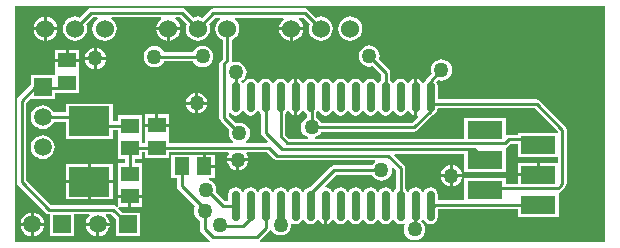
<source format=gbl>
G04 Layer_Physical_Order=2*
G04 Layer_Color=16711680*
%FSLAX24Y24*%
%MOIN*%
G70*
G01*
G75*
%ADD10R,0.0591X0.0512*%
%ADD13R,0.0512X0.0591*%
%ADD16C,0.0100*%
%ADD17R,0.0591X0.0591*%
%ADD18C,0.0591*%
%ADD19R,0.0591X0.0591*%
%ADD20C,0.0600*%
%ADD21C,0.0500*%
%ADD22R,0.1339X0.0984*%
%ADD23O,0.0276X0.1024*%
%ADD24R,0.1181X0.0591*%
G36*
X12707Y2411D02*
Y1768D01*
X12689Y1756D01*
X12636Y1677D01*
X12636Y1675D01*
X12585D01*
X12584Y1677D01*
X12532Y1756D01*
X12453Y1809D01*
X12360Y1827D01*
X12267Y1809D01*
X12189Y1756D01*
X12136Y1677D01*
X12136Y1675D01*
X12085D01*
X12084Y1677D01*
X12032Y1756D01*
X11953Y1809D01*
X11860Y1827D01*
X11767Y1809D01*
X11689Y1756D01*
X11636Y1677D01*
X11636Y1675D01*
X11585D01*
X11584Y1677D01*
X11532Y1756D01*
X11453Y1809D01*
X11360Y1827D01*
X11267Y1809D01*
X11189Y1756D01*
X11136Y1677D01*
X11136Y1675D01*
X11085D01*
X11084Y1677D01*
X11032Y1756D01*
X10953Y1809D01*
X10860Y1827D01*
X10767Y1809D01*
X10689Y1756D01*
X10636Y1677D01*
X10636Y1675D01*
X10585D01*
X10584Y1677D01*
X10532Y1756D01*
X10453Y1809D01*
X10360Y1827D01*
X10351Y1825D01*
X10326Y1871D01*
X10703Y2249D01*
X11909D01*
X11919Y2225D01*
X11975Y2152D01*
X12048Y2096D01*
X12133Y2061D01*
X12224Y2049D01*
X12316Y2061D01*
X12401Y2096D01*
X12474Y2152D01*
X12530Y2225D01*
X12565Y2310D01*
X12577Y2402D01*
X12567Y2481D01*
X12603Y2504D01*
X12612Y2507D01*
X12707Y2411D01*
D02*
G37*
G36*
X19685Y0D02*
X8176D01*
X8160Y50D01*
X8189Y69D01*
X8468Y349D01*
X8502Y398D01*
X8550Y404D01*
X8554Y403D01*
X8609Y331D01*
X8682Y275D01*
X8767Y240D01*
X8859Y228D01*
X8950Y240D01*
X9035Y275D01*
X9108Y331D01*
X9164Y404D01*
X9200Y489D01*
X9212Y581D01*
X9210Y596D01*
X9252Y623D01*
X9267Y613D01*
X9360Y594D01*
X9453Y613D01*
X9532Y665D01*
X9584Y744D01*
X9585Y746D01*
X9636D01*
X9636Y744D01*
X9689Y665D01*
X9767Y613D01*
X9860Y594D01*
X9953Y613D01*
X10032Y665D01*
X10084Y744D01*
X10085Y746D01*
X10136D01*
X10136Y744D01*
X10189Y665D01*
X10267Y613D01*
X10310Y604D01*
Y1211D01*
X10410D01*
Y604D01*
X10453Y613D01*
X10532Y665D01*
X10584Y744D01*
X10585Y746D01*
X10636D01*
X10636Y744D01*
X10689Y665D01*
X10767Y613D01*
X10860Y594D01*
X10953Y613D01*
X11032Y665D01*
X11084Y744D01*
X11085Y746D01*
X11136D01*
X11136Y744D01*
X11189Y665D01*
X11267Y613D01*
X11360Y594D01*
X11453Y613D01*
X11532Y665D01*
X11584Y744D01*
X11585Y746D01*
X11636D01*
X11636Y744D01*
X11689Y665D01*
X11767Y613D01*
X11860Y594D01*
X11953Y613D01*
X12032Y665D01*
X12084Y744D01*
X12085Y746D01*
X12136D01*
X12136Y744D01*
X12189Y665D01*
X12267Y613D01*
X12360Y594D01*
X12453Y613D01*
X12532Y665D01*
X12584Y744D01*
X12585Y746D01*
X12636D01*
X12636Y744D01*
X12689Y665D01*
X12767Y613D01*
X12860Y594D01*
X12953Y613D01*
X12981Y631D01*
X13018Y602D01*
X13020Y597D01*
X12986Y515D01*
X12974Y423D01*
X12986Y332D01*
X13021Y247D01*
X13077Y174D01*
X13150Y117D01*
X13235Y82D01*
X13327Y70D01*
X13418Y82D01*
X13503Y117D01*
X13576Y174D01*
X13633Y247D01*
X13668Y332D01*
X13680Y423D01*
X13668Y515D01*
X13633Y600D01*
X13576Y673D01*
X13550Y693D01*
X13584Y744D01*
X13585Y746D01*
X13636D01*
X13636Y744D01*
X13689Y665D01*
X13767Y613D01*
X13860Y594D01*
X13953Y613D01*
X14032Y665D01*
X14084Y744D01*
X14103Y837D01*
Y1087D01*
X16760D01*
Y845D01*
X18141D01*
Y1635D01*
X18179Y1665D01*
X18212Y1687D01*
X18299Y1775D01*
X18333Y1824D01*
X18333Y1828D01*
X18356Y1851D01*
X18389Y1900D01*
X18401Y1959D01*
Y3750D01*
X18389Y3809D01*
X18356Y3858D01*
X17500Y4714D01*
X17450Y4748D01*
X17392Y4759D01*
X14103D01*
Y5207D01*
X14084Y5299D01*
X14051Y5350D01*
X14108Y5407D01*
X14132Y5397D01*
X14223Y5385D01*
X14315Y5397D01*
X14400Y5433D01*
X14473Y5489D01*
X14529Y5562D01*
X14564Y5647D01*
X14576Y5738D01*
X14564Y5830D01*
X14529Y5915D01*
X14473Y5988D01*
X14400Y6044D01*
X14315Y6079D01*
X14223Y6091D01*
X14132Y6079D01*
X14047Y6044D01*
X13974Y5988D01*
X13917Y5915D01*
X13882Y5830D01*
X13870Y5738D01*
X13882Y5647D01*
X13892Y5624D01*
X13752Y5484D01*
X13719Y5434D01*
X13711Y5393D01*
X13689Y5378D01*
X13636Y5299D01*
X13636Y5297D01*
X13585D01*
X13584Y5299D01*
X13532Y5378D01*
X13453Y5431D01*
X13410Y5439D01*
Y4833D01*
Y4226D01*
X13419Y4228D01*
X13444Y4182D01*
X13244Y3982D01*
X10207D01*
X10197Y4005D01*
X10141Y4078D01*
X10068Y4134D01*
X10045Y4144D01*
Y4307D01*
X10084Y4366D01*
X10085Y4368D01*
X10136D01*
X10136Y4366D01*
X10189Y4287D01*
X10267Y4235D01*
X10360Y4216D01*
X10453Y4235D01*
X10532Y4287D01*
X10584Y4366D01*
X10585Y4368D01*
X10636D01*
X10636Y4366D01*
X10689Y4287D01*
X10767Y4235D01*
X10860Y4216D01*
X10953Y4235D01*
X11032Y4287D01*
X11084Y4366D01*
X11085Y4368D01*
X11136D01*
X11136Y4366D01*
X11189Y4287D01*
X11267Y4235D01*
X11360Y4216D01*
X11453Y4235D01*
X11532Y4287D01*
X11584Y4366D01*
X11585Y4368D01*
X11636D01*
X11636Y4366D01*
X11689Y4287D01*
X11767Y4235D01*
X11860Y4216D01*
X11953Y4235D01*
X12032Y4287D01*
X12084Y4366D01*
X12085Y4368D01*
X12136D01*
X12136Y4366D01*
X12189Y4287D01*
X12267Y4235D01*
X12360Y4216D01*
X12453Y4235D01*
X12532Y4287D01*
X12584Y4366D01*
X12585Y4368D01*
X12636D01*
X12636Y4366D01*
X12689Y4287D01*
X12767Y4235D01*
X12860Y4216D01*
X12953Y4235D01*
X13032Y4287D01*
X13084Y4366D01*
X13085Y4368D01*
X13136D01*
X13136Y4366D01*
X13189Y4287D01*
X13267Y4235D01*
X13310Y4226D01*
Y4833D01*
Y5439D01*
X13267Y5431D01*
X13189Y5378D01*
X13136Y5299D01*
X13136Y5297D01*
X13085D01*
X13084Y5299D01*
X13032Y5378D01*
X12953Y5431D01*
X12860Y5449D01*
X12767Y5431D01*
X12689Y5378D01*
X12636Y5299D01*
X12636Y5297D01*
X12585D01*
X12584Y5299D01*
X12532Y5378D01*
X12513Y5390D01*
Y5652D01*
X12502Y5710D01*
X12468Y5760D01*
X12142Y6086D01*
X12152Y6109D01*
X12164Y6201D01*
X12152Y6292D01*
X12117Y6377D01*
X12061Y6450D01*
X11988Y6507D01*
X11902Y6542D01*
X11811Y6554D01*
X11720Y6542D01*
X11635Y6507D01*
X11561Y6450D01*
X11505Y6377D01*
X11470Y6292D01*
X11458Y6201D01*
X11470Y6109D01*
X11505Y6024D01*
X11561Y5951D01*
X11635Y5895D01*
X11720Y5860D01*
X11811Y5848D01*
X11902Y5860D01*
X11926Y5870D01*
X12207Y5588D01*
Y5390D01*
X12189Y5378D01*
X12136Y5299D01*
X12136Y5297D01*
X12085D01*
X12084Y5299D01*
X12032Y5378D01*
X11953Y5431D01*
X11860Y5449D01*
X11767Y5431D01*
X11689Y5378D01*
X11636Y5299D01*
X11636Y5297D01*
X11585D01*
X11584Y5299D01*
X11532Y5378D01*
X11453Y5431D01*
X11360Y5449D01*
X11267Y5431D01*
X11189Y5378D01*
X11136Y5299D01*
X11136Y5297D01*
X11085D01*
X11084Y5299D01*
X11032Y5378D01*
X10953Y5431D01*
X10860Y5449D01*
X10767Y5431D01*
X10689Y5378D01*
X10636Y5299D01*
X10636Y5297D01*
X10585D01*
X10584Y5299D01*
X10532Y5378D01*
X10453Y5431D01*
X10360Y5449D01*
X10267Y5431D01*
X10189Y5378D01*
X10136Y5299D01*
X10136Y5297D01*
X10085D01*
X10084Y5299D01*
X10032Y5378D01*
X9953Y5431D01*
X9860Y5449D01*
X9767Y5431D01*
X9689Y5378D01*
X9636Y5299D01*
X9636Y5297D01*
X9585D01*
X9584Y5299D01*
X9532Y5378D01*
X9453Y5431D01*
X9410Y5439D01*
Y4833D01*
Y4226D01*
X9453Y4235D01*
X9532Y4287D01*
X9584Y4366D01*
X9585Y4368D01*
X9636D01*
X9636Y4366D01*
X9689Y4287D01*
X9739Y4254D01*
Y4144D01*
X9715Y4134D01*
X9642Y4078D01*
X9586Y4005D01*
X9551Y3920D01*
X9539Y3829D01*
X9551Y3737D01*
X9586Y3652D01*
X9642Y3579D01*
X9715Y3523D01*
X9776Y3498D01*
X9766Y3448D01*
X9150D01*
X9013Y3585D01*
Y4275D01*
X9032Y4287D01*
X9084Y4366D01*
X9085Y4368D01*
X9136D01*
X9136Y4366D01*
X9189Y4287D01*
X9267Y4235D01*
X9310Y4226D01*
Y4833D01*
Y5439D01*
X9267Y5431D01*
X9189Y5378D01*
X9136Y5299D01*
X9136Y5297D01*
X9085D01*
X9084Y5299D01*
X9032Y5378D01*
X8953Y5431D01*
X8860Y5449D01*
X8767Y5431D01*
X8689Y5378D01*
X8636Y5299D01*
X8636Y5297D01*
X8585D01*
X8584Y5299D01*
X8532Y5378D01*
X8453Y5431D01*
X8360Y5449D01*
X8267Y5431D01*
X8189Y5378D01*
X8136Y5299D01*
X8136Y5297D01*
X8085D01*
X8084Y5299D01*
X8032Y5378D01*
X7953Y5431D01*
X7860Y5449D01*
X7767Y5431D01*
X7689Y5378D01*
X7636Y5299D01*
X7636Y5297D01*
X7585D01*
X7584Y5299D01*
X7548Y5353D01*
X7549Y5354D01*
X7622Y5410D01*
X7678Y5483D01*
X7713Y5568D01*
X7725Y5659D01*
X7713Y5751D01*
X7678Y5836D01*
X7622Y5909D01*
X7549Y5965D01*
X7463Y6000D01*
X7372Y6012D01*
X7281Y6000D01*
X7280Y6000D01*
X7236Y6036D01*
X7240Y6054D01*
Y6747D01*
X7288Y6767D01*
X7372Y6831D01*
X7436Y6914D01*
X7476Y7012D01*
X7490Y7116D01*
X7476Y7221D01*
X7436Y7318D01*
X7372Y7401D01*
X7328Y7435D01*
X7345Y7485D01*
X8954D01*
X8971Y7435D01*
X8927Y7401D01*
X8863Y7318D01*
X8823Y7221D01*
X8816Y7166D01*
X9609D01*
X9602Y7221D01*
X9562Y7318D01*
X9498Y7401D01*
X9454Y7435D01*
X9471Y7485D01*
X9612D01*
X9827Y7269D01*
X9807Y7221D01*
X9793Y7116D01*
X9807Y7012D01*
X9847Y6914D01*
X9912Y6831D01*
X9995Y6767D01*
X10092Y6726D01*
X10197Y6713D01*
X10301Y6726D01*
X10399Y6767D01*
X10482Y6831D01*
X10546Y6914D01*
X10587Y7012D01*
X10600Y7116D01*
X10587Y7221D01*
X10546Y7318D01*
X10482Y7401D01*
X10399Y7466D01*
X10301Y7506D01*
X10197Y7520D01*
X10092Y7506D01*
X10044Y7486D01*
X9783Y7746D01*
X9734Y7779D01*
X9675Y7791D01*
X6624D01*
X6565Y7779D01*
X6516Y7746D01*
X6256Y7486D01*
X6207Y7506D01*
X6102Y7520D01*
X5998Y7506D01*
X5949Y7486D01*
X5679Y7756D01*
X5629Y7789D01*
X5571Y7801D01*
X2539D01*
X2481Y7789D01*
X2431Y7756D01*
X2161Y7486D01*
X2112Y7506D01*
X2008Y7520D01*
X1903Y7506D01*
X1806Y7466D01*
X1723Y7401D01*
X1658Y7318D01*
X1618Y7221D01*
X1604Y7116D01*
X1618Y7012D01*
X1658Y6914D01*
X1723Y6831D01*
X1806Y6767D01*
X1903Y6726D01*
X2008Y6713D01*
X2112Y6726D01*
X2210Y6767D01*
X2293Y6831D01*
X2357Y6914D01*
X2398Y7012D01*
X2411Y7116D01*
X2398Y7221D01*
X2377Y7269D01*
X2603Y7495D01*
X2746D01*
X2763Y7445D01*
X2707Y7401D01*
X2643Y7318D01*
X2602Y7221D01*
X2589Y7116D01*
X2602Y7012D01*
X2643Y6914D01*
X2707Y6831D01*
X2790Y6767D01*
X2888Y6726D01*
X2992Y6713D01*
X3097Y6726D01*
X3194Y6767D01*
X3277Y6831D01*
X3342Y6914D01*
X3382Y7012D01*
X3396Y7116D01*
X3382Y7221D01*
X3342Y7318D01*
X3277Y7401D01*
X3221Y7445D01*
X3238Y7495D01*
X4872D01*
X4889Y7445D01*
X4833Y7401D01*
X4769Y7318D01*
X4728Y7221D01*
X4721Y7166D01*
X5515D01*
X5508Y7221D01*
X5468Y7318D01*
X5403Y7401D01*
X5347Y7445D01*
X5364Y7495D01*
X5508D01*
X5733Y7269D01*
X5713Y7221D01*
X5699Y7116D01*
X5713Y7012D01*
X5753Y6914D01*
X5817Y6831D01*
X5901Y6767D01*
X5998Y6726D01*
X6102Y6713D01*
X6207Y6726D01*
X6304Y6767D01*
X6388Y6831D01*
X6452Y6914D01*
X6492Y7012D01*
X6506Y7116D01*
X6492Y7221D01*
X6472Y7269D01*
X6687Y7485D01*
X6828D01*
X6845Y7435D01*
X6801Y7401D01*
X6737Y7318D01*
X6697Y7221D01*
X6683Y7116D01*
X6697Y7012D01*
X6737Y6914D01*
X6801Y6831D01*
X6885Y6767D01*
X6934Y6747D01*
Y6118D01*
X6864Y6048D01*
X6831Y5998D01*
X6819Y5940D01*
Y4150D01*
X6831Y4091D01*
X6864Y4042D01*
X7159Y3747D01*
X7149Y3723D01*
X7137Y3632D01*
X7149Y3541D01*
X7184Y3455D01*
X7241Y3382D01*
X7279Y3353D01*
X7262Y3303D01*
X5130D01*
Y3492D01*
X5130Y3506D01*
Y3542D01*
X5130Y3556D01*
Y3848D01*
X4734D01*
X4339D01*
Y3556D01*
X4339Y3542D01*
Y3506D01*
X4339Y3492D01*
Y3303D01*
X4244D01*
Y3472D01*
X4244Y3486D01*
Y3522D01*
X4244Y3536D01*
Y4234D01*
X3453D01*
Y4031D01*
X3259D01*
Y4618D01*
X1721D01*
Y4320D01*
X1300D01*
X1280Y4367D01*
X1217Y4449D01*
X1134Y4513D01*
X1038Y4552D01*
X935Y4566D01*
X832Y4552D01*
X736Y4513D01*
X653Y4449D01*
X590Y4367D01*
X550Y4271D01*
X536Y4167D01*
X550Y4064D01*
X590Y3968D01*
X653Y3885D01*
X736Y3822D01*
X832Y3782D01*
X935Y3769D01*
X1038Y3782D01*
X1134Y3822D01*
X1217Y3885D01*
X1280Y3968D01*
X1300Y4014D01*
X1721D01*
Y3433D01*
X3259D01*
Y3725D01*
X3453D01*
Y3536D01*
X3453Y3522D01*
Y3486D01*
X3453Y3472D01*
Y2774D01*
X3686D01*
Y2639D01*
X3443D01*
Y1941D01*
X3443Y1928D01*
Y1891D01*
X3443Y1878D01*
Y1585D01*
X4234D01*
Y1878D01*
X4234Y1891D01*
Y1928D01*
X4234Y1941D01*
Y2639D01*
X3992D01*
Y2774D01*
X4244D01*
Y2997D01*
X4339D01*
Y2794D01*
X5130D01*
Y2997D01*
X7119D01*
X7144Y2947D01*
X7125Y2923D01*
X7090Y2837D01*
X7085Y2796D01*
X7778D01*
X7772Y2837D01*
X7737Y2923D01*
X7718Y2947D01*
X7743Y2997D01*
X8421D01*
X8642Y2776D01*
X8691Y2743D01*
X8750Y2731D01*
X11997D01*
X12014Y2681D01*
X11975Y2651D01*
X11919Y2578D01*
X11909Y2555D01*
X10640D01*
X10581Y2543D01*
X10532Y2510D01*
X9847Y1824D01*
X9767Y1809D01*
X9689Y1756D01*
X9636Y1677D01*
X9636Y1675D01*
X9585D01*
X9584Y1677D01*
X9532Y1756D01*
X9453Y1809D01*
X9360Y1827D01*
X9267Y1809D01*
X9189Y1756D01*
X9136Y1677D01*
X9136Y1675D01*
X9085D01*
X9084Y1677D01*
X9032Y1756D01*
X8953Y1809D01*
X8860Y1827D01*
X8767Y1809D01*
X8689Y1756D01*
X8636Y1677D01*
X8636Y1675D01*
X8585D01*
X8584Y1677D01*
X8532Y1756D01*
X8453Y1809D01*
X8360Y1827D01*
X8267Y1809D01*
X8189Y1756D01*
X8136Y1677D01*
X8136Y1675D01*
X8085D01*
X8084Y1677D01*
X8032Y1756D01*
X7953Y1809D01*
X7860Y1827D01*
X7767Y1809D01*
X7689Y1756D01*
X7636Y1677D01*
X7636Y1675D01*
X7585D01*
X7584Y1677D01*
X7532Y1756D01*
X7453Y1809D01*
X7360Y1827D01*
X7267Y1809D01*
X7189Y1756D01*
X7136Y1677D01*
X7118Y1585D01*
Y1364D01*
X7013D01*
X6702Y1674D01*
X6711Y1742D01*
X6699Y1833D01*
X6664Y1919D01*
X6608Y1992D01*
X6535Y2048D01*
X6471Y2074D01*
X6481Y2124D01*
X6665D01*
Y2470D01*
X6309D01*
Y2520D01*
X6259D01*
Y2915D01*
X5967D01*
X5953Y2915D01*
X5917D01*
X5903Y2915D01*
X5205D01*
Y2124D01*
X5408D01*
Y1856D01*
X5420Y1797D01*
X5453Y1747D01*
X6014Y1187D01*
X5988Y1125D01*
X5976Y1034D01*
X5988Y942D01*
X6023Y857D01*
X6079Y784D01*
X6153Y728D01*
X6176Y718D01*
Y443D01*
X6188Y384D01*
X6221Y334D01*
X6486Y69D01*
X6515Y50D01*
X6500Y0D01*
X0D01*
Y7874D01*
X19685D01*
Y0D01*
D02*
G37*
G36*
X16760Y2845D02*
X18095D01*
Y2635D01*
X17501D01*
Y2240D01*
X17451D01*
Y2190D01*
X16760D01*
Y1948D01*
X16370D01*
Y2135D01*
X14989D01*
Y1393D01*
X14103D01*
Y1585D01*
X14084Y1677D01*
X14032Y1756D01*
X13953Y1809D01*
X13860Y1827D01*
X13767Y1809D01*
X13689Y1756D01*
X13636Y1677D01*
X13636Y1675D01*
X13585D01*
X13584Y1677D01*
X13532Y1756D01*
X13453Y1809D01*
X13360Y1827D01*
X13267Y1809D01*
X13189Y1756D01*
X13136Y1677D01*
X13136Y1675D01*
X13085D01*
X13084Y1677D01*
X13032Y1756D01*
X13013Y1768D01*
Y2474D01*
X13002Y2533D01*
X12968Y2583D01*
X12655Y2896D01*
X12674Y2942D01*
X14989D01*
Y2345D01*
X16370D01*
Y3135D01*
X16407Y3165D01*
X16440Y3187D01*
X16525Y3272D01*
X16760D01*
Y2845D01*
D02*
G37*
G36*
X18095Y3687D02*
Y3635D01*
X16760D01*
Y3578D01*
X16462D01*
X16420Y3570D01*
X16370Y3599D01*
Y4135D01*
X14989D01*
Y3448D01*
X10017D01*
X10007Y3498D01*
X10068Y3523D01*
X10141Y3579D01*
X10197Y3652D01*
X10207Y3676D01*
X13307D01*
X13366Y3687D01*
X13415Y3721D01*
X13923Y4229D01*
X13953Y4235D01*
X14032Y4287D01*
X14084Y4366D01*
X14102Y4453D01*
X17328D01*
X18095Y3687D01*
D02*
G37*
G36*
X7636Y4366D02*
X7689Y4287D01*
X7767Y4235D01*
X7860Y4216D01*
X7953Y4235D01*
X8032Y4287D01*
X8084Y4366D01*
X8085Y4368D01*
X8136D01*
X8136Y4366D01*
X8189Y4287D01*
X8207Y4275D01*
Y3648D01*
X8219Y3589D01*
X8252Y3539D01*
X8439Y3353D01*
X8418Y3303D01*
X7718D01*
X7701Y3353D01*
X7740Y3382D01*
X7796Y3455D01*
X7831Y3541D01*
X7843Y3632D01*
X7831Y3723D01*
X7796Y3808D01*
X7740Y3882D01*
X7667Y3938D01*
X7582Y3973D01*
X7490Y3985D01*
X7399Y3973D01*
X7375Y3963D01*
X7125Y4213D01*
Y4293D01*
X7175Y4308D01*
X7189Y4287D01*
X7267Y4235D01*
X7360Y4216D01*
X7453Y4235D01*
X7532Y4287D01*
X7584Y4366D01*
X7585Y4368D01*
X7636D01*
X7636Y4366D01*
D02*
G37*
%LPC*%
G36*
X977Y541D02*
X635D01*
Y198D01*
X688Y205D01*
X784Y245D01*
X867Y309D01*
X930Y391D01*
X970Y487D01*
X977Y541D01*
D02*
G37*
G36*
X7381Y2696D02*
X7085D01*
X7090Y2655D01*
X7125Y2570D01*
X7181Y2496D01*
X7255Y2440D01*
X7340Y2405D01*
X7381Y2400D01*
Y2696D01*
D02*
G37*
G36*
X17401Y2635D02*
X16760D01*
Y2290D01*
X17401D01*
Y2635D01*
D02*
G37*
G36*
X14507Y2561D02*
X14466Y2556D01*
X14381Y2520D01*
X14307Y2464D01*
X14251Y2391D01*
X14216Y2306D01*
X14211Y2265D01*
X14507D01*
Y2561D01*
D02*
G37*
G36*
X14607D02*
Y2265D01*
X14904D01*
X14898Y2306D01*
X14863Y2391D01*
X14807Y2464D01*
X14734Y2520D01*
X14648Y2556D01*
X14607Y2561D01*
D02*
G37*
G36*
X935Y3566D02*
X832Y3552D01*
X736Y3513D01*
X653Y3449D01*
X590Y3367D01*
X550Y3271D01*
X536Y3167D01*
X550Y3064D01*
X590Y2968D01*
X653Y2885D01*
X736Y2822D01*
X832Y2782D01*
X935Y2769D01*
X1038Y2782D01*
X1134Y2822D01*
X1217Y2885D01*
X1280Y2968D01*
X1320Y3064D01*
X1334Y3167D01*
X1320Y3271D01*
X1280Y3367D01*
X1217Y3449D01*
X1134Y3513D01*
X1038Y3552D01*
X935Y3566D01*
D02*
G37*
G36*
X535Y541D02*
X193D01*
X200Y487D01*
X239Y391D01*
X303Y309D01*
X385Y245D01*
X481Y205D01*
X535Y198D01*
Y541D01*
D02*
G37*
G36*
X2720D02*
X2378D01*
X2385Y487D01*
X2424Y391D01*
X2488Y309D01*
X2570Y245D01*
X2666Y205D01*
X2720Y198D01*
Y541D01*
D02*
G37*
G36*
X7778Y2696D02*
X7481D01*
Y2400D01*
X7522Y2405D01*
X7608Y2440D01*
X7681Y2496D01*
X7737Y2570D01*
X7772Y2655D01*
X7778Y2696D01*
D02*
G37*
G36*
X6359Y2915D02*
Y2570D01*
X6665D01*
Y2915D01*
X6359D01*
D02*
G37*
G36*
X3259Y1968D02*
X2540D01*
Y1426D01*
X3259D01*
Y1968D01*
D02*
G37*
G36*
X535Y983D02*
X481Y976D01*
X385Y936D01*
X303Y872D01*
X239Y790D01*
X200Y694D01*
X193Y641D01*
X535D01*
Y983D01*
D02*
G37*
G36*
X2440Y1968D02*
X1721D01*
Y1426D01*
X2440D01*
Y1968D01*
D02*
G37*
G36*
X635Y983D02*
Y641D01*
X977D01*
X970Y694D01*
X930Y790D01*
X867Y872D01*
X784Y936D01*
X688Y976D01*
X635Y983D01*
D02*
G37*
G36*
X4234Y1485D02*
X3889D01*
Y1180D01*
X4234D01*
Y1485D01*
D02*
G37*
G36*
X2440Y2610D02*
X1721D01*
Y2068D01*
X2440D01*
Y2610D01*
D02*
G37*
G36*
X3259D02*
X2540D01*
Y2068D01*
X3259D01*
Y2610D01*
D02*
G37*
G36*
X3162Y541D02*
X2820D01*
Y198D01*
X2873Y205D01*
X2969Y245D01*
X3052Y309D01*
X3115Y391D01*
X3155Y487D01*
X3162Y541D01*
D02*
G37*
G36*
X14507Y2165D02*
X14211D01*
X14216Y2123D01*
X14251Y2038D01*
X14307Y1965D01*
X14381Y1909D01*
X14466Y1874D01*
X14507Y1868D01*
Y2165D01*
D02*
G37*
G36*
X14904D02*
X14607D01*
Y1868D01*
X14648Y1874D01*
X14734Y1909D01*
X14807Y1965D01*
X14863Y2038D01*
X14898Y2123D01*
X14904Y2165D01*
D02*
G37*
G36*
X974Y7066D02*
X627D01*
X634Y7012D01*
X674Y6914D01*
X738Y6831D01*
X822Y6767D01*
X919Y6726D01*
X974Y6719D01*
Y7066D01*
D02*
G37*
G36*
X1420D02*
X1074D01*
Y6719D01*
X1128Y6726D01*
X1225Y6767D01*
X1309Y6831D01*
X1373Y6914D01*
X1413Y7012D01*
X1420Y7066D01*
D02*
G37*
G36*
X11181Y7520D02*
X11077Y7506D01*
X10979Y7466D01*
X10896Y7401D01*
X10832Y7318D01*
X10791Y7221D01*
X10778Y7116D01*
X10791Y7012D01*
X10832Y6914D01*
X10896Y6831D01*
X10979Y6767D01*
X11077Y6726D01*
X11181Y6713D01*
X11286Y6726D01*
X11383Y6767D01*
X11466Y6831D01*
X11530Y6914D01*
X11571Y7012D01*
X11585Y7116D01*
X11571Y7221D01*
X11530Y7318D01*
X11466Y7401D01*
X11383Y7466D01*
X11286Y7506D01*
X11181Y7520D01*
D02*
G37*
G36*
X2737Y6468D02*
Y6172D01*
X3033D01*
X3028Y6213D01*
X2993Y6299D01*
X2937Y6372D01*
X2864Y6428D01*
X2778Y6463D01*
X2737Y6468D01*
D02*
G37*
G36*
X6260Y6544D02*
X6168Y6532D01*
X6083Y6497D01*
X6010Y6441D01*
X5954Y6367D01*
X5940Y6334D01*
X4971D01*
X4961Y6358D01*
X4905Y6431D01*
X4832Y6487D01*
X4747Y6522D01*
X4656Y6534D01*
X4564Y6522D01*
X4479Y6487D01*
X4406Y6431D01*
X4350Y6358D01*
X4315Y6272D01*
X4302Y6181D01*
X4315Y6090D01*
X4350Y6005D01*
X4406Y5931D01*
X4479Y5875D01*
X4564Y5840D01*
X4656Y5828D01*
X4747Y5840D01*
X4832Y5875D01*
X4905Y5931D01*
X4961Y6005D01*
X4971Y6028D01*
X5948D01*
X5954Y6014D01*
X6010Y5941D01*
X6083Y5885D01*
X6168Y5850D01*
X6260Y5838D01*
X6351Y5850D01*
X6436Y5885D01*
X6509Y5941D01*
X6566Y6014D01*
X6601Y6100D01*
X6613Y6191D01*
X6601Y6282D01*
X6566Y6367D01*
X6509Y6441D01*
X6436Y6497D01*
X6351Y6532D01*
X6260Y6544D01*
D02*
G37*
G36*
X5068Y7066D02*
X4721D01*
X4728Y7012D01*
X4769Y6914D01*
X4833Y6831D01*
X4916Y6767D01*
X5014Y6726D01*
X5068Y6719D01*
Y7066D01*
D02*
G37*
G36*
X974Y7513D02*
X919Y7506D01*
X822Y7466D01*
X738Y7401D01*
X674Y7318D01*
X634Y7221D01*
X627Y7166D01*
X974D01*
Y7513D01*
D02*
G37*
G36*
X1074D02*
Y7166D01*
X1420D01*
X1413Y7221D01*
X1373Y7318D01*
X1309Y7401D01*
X1225Y7466D01*
X1128Y7506D01*
X1074Y7513D01*
D02*
G37*
G36*
X9609Y7066D02*
X9263D01*
Y6719D01*
X9317Y6726D01*
X9414Y6767D01*
X9498Y6831D01*
X9562Y6914D01*
X9602Y7012D01*
X9609Y7066D01*
D02*
G37*
G36*
X5515D02*
X5168D01*
Y6719D01*
X5223Y6726D01*
X5320Y6767D01*
X5403Y6831D01*
X5468Y6914D01*
X5508Y7012D01*
X5515Y7066D01*
D02*
G37*
G36*
X9163D02*
X8816D01*
X8823Y7012D01*
X8863Y6914D01*
X8927Y6831D01*
X9011Y6767D01*
X9108Y6726D01*
X9163Y6719D01*
Y7066D01*
D02*
G37*
G36*
X2637Y6468D02*
X2596Y6463D01*
X2510Y6428D01*
X2437Y6372D01*
X2381Y6299D01*
X2346Y6213D01*
X2341Y6172D01*
X2637D01*
Y6468D01*
D02*
G37*
G36*
X6409Y4586D02*
X6113D01*
Y4289D01*
X6154Y4295D01*
X6240Y4330D01*
X6313Y4386D01*
X6369Y4459D01*
X6404Y4544D01*
X6409Y4586D01*
D02*
G37*
G36*
X6013Y4982D02*
X5972Y4977D01*
X5886Y4942D01*
X5813Y4885D01*
X5757Y4812D01*
X5722Y4727D01*
X5717Y4686D01*
X6013D01*
Y4982D01*
D02*
G37*
G36*
Y4586D02*
X5717D01*
X5722Y4544D01*
X5757Y4459D01*
X5813Y4386D01*
X5886Y4330D01*
X5972Y4295D01*
X6013Y4289D01*
Y4586D01*
D02*
G37*
G36*
X4684Y4254D02*
X4339D01*
Y3948D01*
X4684D01*
Y4254D01*
D02*
G37*
G36*
X5130D02*
X4784D01*
Y3948D01*
X5130D01*
Y4254D01*
D02*
G37*
G36*
X6113Y4982D02*
Y4686D01*
X6409D01*
X6404Y4727D01*
X6369Y4812D01*
X6313Y4885D01*
X6240Y4942D01*
X6154Y4977D01*
X6113Y4982D01*
D02*
G37*
G36*
X1692Y6419D02*
X1347D01*
Y6113D01*
X1692D01*
Y6419D01*
D02*
G37*
G36*
X2137D02*
X1792D01*
Y6113D01*
X2137D01*
Y6419D01*
D02*
G37*
G36*
X3033Y6072D02*
X2737D01*
Y5776D01*
X2778Y5781D01*
X2864Y5816D01*
X2937Y5872D01*
X2993Y5946D01*
X3028Y6031D01*
X3033Y6072D01*
D02*
G37*
G36*
X2137Y6013D02*
X1347D01*
Y5721D01*
X1347Y5707D01*
Y5671D01*
X1347Y5657D01*
Y5606D01*
X1330Y5563D01*
X540D01*
Y5244D01*
X118Y4823D01*
X85Y4773D01*
X73Y4715D01*
Y1998D01*
X85Y1940D01*
X118Y1890D01*
X1034Y975D01*
X1083Y941D01*
X1142Y930D01*
X1189D01*
Y195D01*
X1980D01*
Y930D01*
X2485D01*
X2501Y882D01*
X2488Y872D01*
X2424Y790D01*
X2385Y694D01*
X2378Y641D01*
X2770D01*
X3162D01*
X3155Y694D01*
X3115Y790D01*
X3052Y872D01*
X3039Y882D01*
X3055Y930D01*
X3214D01*
X3374Y770D01*
Y195D01*
X4165D01*
Y986D01*
X3591D01*
X3447Y1130D01*
X3468Y1180D01*
X3483Y1180D01*
X3789D01*
Y1485D01*
X3443D01*
Y1220D01*
X3443Y1204D01*
X3393Y1183D01*
X3386Y1191D01*
X3336Y1224D01*
X3278Y1236D01*
X1205D01*
X379Y2061D01*
Y4651D01*
X512Y4784D01*
X540Y4772D01*
Y4772D01*
X1330D01*
Y4916D01*
X1347Y4959D01*
X2137D01*
Y5657D01*
X2137Y5671D01*
Y5707D01*
X2137Y5721D01*
Y6013D01*
D02*
G37*
G36*
X2637Y6072D02*
X2341D01*
X2346Y6031D01*
X2381Y5946D01*
X2437Y5872D01*
X2510Y5816D01*
X2596Y5781D01*
X2637Y5776D01*
Y6072D01*
D02*
G37*
%LPD*%
D10*
X4734Y3898D02*
D03*
Y3150D02*
D03*
X3848Y3130D02*
D03*
Y3878D02*
D03*
X3839Y1535D02*
D03*
Y2283D02*
D03*
X1742Y6063D02*
D03*
Y5315D02*
D03*
D13*
X5561Y2520D02*
D03*
X6309D02*
D03*
D16*
X6949Y1211D02*
X7360D01*
X13327Y423D02*
Y1164D01*
X13367Y1204D01*
X13360Y1211D02*
X13367Y1204D01*
X6329Y1034D02*
Y1088D01*
X13860Y4606D02*
X17392D01*
X13860Y4382D02*
Y4606D01*
X13307Y3829D02*
X13860Y4382D01*
X9892Y3829D02*
X13307D01*
X7087Y6054D02*
Y7116D01*
X6972Y5940D02*
X7087Y6054D01*
X6972Y4150D02*
Y5940D01*
Y4150D02*
X7490Y3632D01*
X7360Y4833D02*
X7372Y4844D01*
Y5659D01*
X9872Y1634D02*
X10640Y2402D01*
X9872Y1222D02*
Y1634D01*
X10640Y2402D02*
X12224D01*
X8750Y2884D02*
X12451D01*
X8913Y3095D02*
X15324D01*
X9087Y3295D02*
X16332D01*
X12451Y2884D02*
X12860Y2474D01*
X8860Y3522D02*
X9087Y3295D01*
X7860Y793D02*
Y1211D01*
X7616Y549D02*
X7860Y793D01*
X6883Y549D02*
X7616D01*
X6851Y581D02*
X6883Y549D01*
X6594Y177D02*
X8081D01*
X6329Y443D02*
X6594Y177D01*
X6329Y443D02*
Y1034D01*
X8360Y457D02*
Y1211D01*
X8081Y177D02*
X8360Y457D01*
X8859Y1209D02*
X8860Y1211D01*
X8859Y581D02*
Y1209D01*
X9860Y1211D02*
X9872Y1222D01*
X13860Y4833D02*
Y5376D01*
X14223Y5738D01*
X12860Y1211D02*
Y2474D01*
X8484Y3150D02*
X8750Y2884D01*
X8360Y3648D02*
X8913Y3095D01*
X15324D02*
X15679Y2740D01*
X16332Y3295D02*
X16462Y3425D01*
X17266D01*
X17451Y3240D01*
X9892Y3829D02*
Y4801D01*
X12360Y4833D02*
Y5652D01*
X11811Y6201D02*
X12360Y5652D01*
X6250Y6181D02*
X6260Y6191D01*
X4656Y6181D02*
X6250D01*
X679Y5167D02*
X935D01*
X226Y4715D02*
X679Y5167D01*
X226Y1998D02*
Y4715D01*
Y1998D02*
X1142Y1083D01*
X4734Y3150D02*
X8484D01*
X8360Y3648D02*
Y4833D01*
X9860D02*
X9892Y4801D01*
X17392Y4606D02*
X18248Y3750D01*
X13860Y4606D02*
Y4833D01*
X2132Y4167D02*
X2500Y3799D01*
X2490Y4026D02*
X2638Y3878D01*
X3848D01*
X3868Y3150D02*
X4734D01*
X3848Y3130D02*
X3868Y3150D01*
X3839Y3120D02*
X3848Y3130D01*
X3839Y2283D02*
Y3120D01*
X3278Y1083D02*
X3770Y591D01*
X1142Y1083D02*
X3278D01*
X935Y5167D02*
X974Y5128D01*
X1791D01*
X935Y4167D02*
X2132D01*
X8860Y3522D02*
Y4833D01*
X18248Y1959D02*
Y3750D01*
X18191Y1902D02*
X18248Y1959D01*
X18191Y1883D02*
Y1902D01*
X18103Y1795D02*
X18191Y1883D01*
X15734Y1795D02*
X18103D01*
X15679Y1740D02*
X15734Y1795D01*
X13988Y1211D02*
X14018Y1240D01*
X17569D01*
X9675Y7638D02*
X10197Y7116D01*
X6624Y7638D02*
X9675D01*
X6102Y7116D02*
X6624Y7638D01*
X5571Y7648D02*
X6102Y7116D01*
X2539Y7648D02*
X5571D01*
X2008Y7116D02*
X2539Y7648D01*
X5561Y1856D02*
Y2520D01*
Y1856D02*
X6329Y1088D01*
X6327Y1870D02*
X6358Y1839D01*
Y1742D02*
Y1839D01*
X6418Y1742D02*
X6949Y1211D01*
X6358Y1742D02*
X6418D01*
D17*
X935Y5167D02*
D03*
D18*
Y4167D02*
D03*
Y3167D02*
D03*
X2770Y591D02*
D03*
X585D02*
D03*
D19*
X3770D02*
D03*
X1585D02*
D03*
D20*
X9213Y7116D02*
D03*
X10197D02*
D03*
X11181D02*
D03*
X5118D02*
D03*
X6102D02*
D03*
X7087D02*
D03*
X1024D02*
D03*
X2008D02*
D03*
X2992D02*
D03*
D21*
X7431Y2746D02*
D03*
X2687Y6122D02*
D03*
X6063Y4636D02*
D03*
X14557Y2215D02*
D03*
X13327Y423D02*
D03*
X7490Y3632D02*
D03*
X7372Y5659D02*
D03*
X12224Y2402D02*
D03*
X6851Y581D02*
D03*
X6329Y1034D02*
D03*
X8859Y581D02*
D03*
X14223Y5738D02*
D03*
X9892Y3829D02*
D03*
X11811Y6201D02*
D03*
X6260Y6191D02*
D03*
X4656Y6181D02*
D03*
X6358Y1742D02*
D03*
D22*
X2490Y2018D02*
D03*
Y4026D02*
D03*
D23*
X7360Y4833D02*
D03*
X7860D02*
D03*
X8360D02*
D03*
X8860D02*
D03*
X9360D02*
D03*
X9860D02*
D03*
X10360D02*
D03*
X10860D02*
D03*
X11360D02*
D03*
X11860D02*
D03*
X12360D02*
D03*
X12860D02*
D03*
X13360D02*
D03*
X13860D02*
D03*
X7360Y1211D02*
D03*
X7860D02*
D03*
X8360D02*
D03*
X8860D02*
D03*
X9360D02*
D03*
X9860D02*
D03*
X10360D02*
D03*
X10860D02*
D03*
X11360D02*
D03*
X11860D02*
D03*
X12360D02*
D03*
X12860D02*
D03*
X13360D02*
D03*
X13860D02*
D03*
D24*
X17451Y1240D02*
D03*
X15679Y1740D02*
D03*
X17451Y2240D02*
D03*
X15679Y2740D02*
D03*
X17451Y3240D02*
D03*
X15679Y3740D02*
D03*
M02*

</source>
